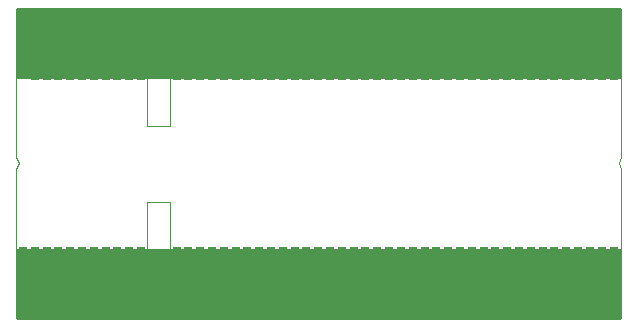
<source format=gts>
G04 #@! TF.FileFunction,Soldermask,Top*
%FSLAX46Y46*%
G04 Gerber Fmt 4.6, Leading zero omitted, Abs format (unit mm)*
G04 Created by KiCad (PCBNEW 4.0.4+e1-6308~48~ubuntu14.04.1-stable) date Sat Oct 15 18:13:20 2016*
%MOMM*%
%LPD*%
G01*
G04 APERTURE LIST*
%ADD10C,0.350000*%
%ADD11C,0.100000*%
%ADD12R,0.650240X3.599180*%
%ADD13R,0.650240X4.599940*%
%ADD14O,0.650240X0.650240*%
%ADD15C,0.650240*%
%ADD16C,0.254000*%
G04 APERTURE END LIST*
D10*
D11*
X148500000Y-88575000D02*
X148500000Y-76900000D01*
X148800000Y-89075000D02*
X148500000Y-89575000D01*
X148500000Y-88575000D02*
X148800000Y-89075000D01*
X199550000Y-89050000D02*
X199750000Y-88550000D01*
X199750000Y-89550000D02*
X199550000Y-89050000D01*
X199750000Y-88550000D02*
X199750000Y-76900000D01*
X199250000Y-101800000D02*
X199750000Y-101300000D01*
X162050000Y-101800000D02*
X161550000Y-101300000D01*
X159150000Y-101800000D02*
X159650000Y-101300000D01*
X149000000Y-101800000D02*
X148500000Y-101300000D01*
X199750000Y-76900000D02*
X199250000Y-76400000D01*
X159650000Y-76900000D02*
X159150000Y-76400000D01*
X161550000Y-76900000D02*
X162050000Y-76400000D01*
X148500000Y-76900000D02*
X149000000Y-76400000D01*
X159650000Y-92400000D02*
X161550000Y-92400000D01*
X159650000Y-85950000D02*
X161550000Y-85950000D01*
X162050000Y-101800000D02*
X199250000Y-101800000D01*
X161550000Y-92400000D02*
X161550000Y-101300000D01*
X159650000Y-101300000D02*
X159650000Y-92400000D01*
X149000000Y-101800000D02*
X159150000Y-101800000D01*
X148500000Y-89575000D02*
X148500000Y-101300000D01*
X159150000Y-76400000D02*
X149000000Y-76400000D01*
X159650000Y-85950000D02*
X159650000Y-76900000D01*
X161550000Y-76900000D02*
X161550000Y-85950000D01*
X199250000Y-76400000D02*
X162050000Y-76400000D01*
X199750000Y-101300000D02*
X199750000Y-89550000D01*
D12*
X149111000Y-80225620D03*
D13*
X150111000Y-79725620D03*
X151111000Y-79725620D03*
X152111000Y-79725620D03*
X153111000Y-79725620D03*
X154111000Y-79725620D03*
X155111000Y-79725620D03*
X156111000Y-79725620D03*
X157111000Y-79725620D03*
X158111000Y-79725620D03*
X159111000Y-79725620D03*
X162111000Y-79725620D03*
X163111000Y-79725620D03*
X164111000Y-79725620D03*
X165111000Y-79725620D03*
X166111000Y-79725620D03*
X167111000Y-79725620D03*
X168111000Y-79725620D03*
X169111000Y-79725620D03*
X170111000Y-79725620D03*
X171111000Y-79725620D03*
X172111000Y-79725620D03*
X173111000Y-79725620D03*
X174111000Y-79725620D03*
X175111000Y-79725620D03*
X176111000Y-79725620D03*
X177111000Y-79725620D03*
X178111000Y-79725620D03*
X179111000Y-79725620D03*
X180111000Y-79725620D03*
X181111000Y-79725620D03*
X182111000Y-79725620D03*
X183111000Y-79725620D03*
X184111000Y-79725620D03*
X185111000Y-79725620D03*
X186111000Y-79725620D03*
X187111000Y-79725620D03*
X188111000Y-79725620D03*
X189111000Y-79725620D03*
X190111000Y-79725620D03*
X191111000Y-79725620D03*
X192111000Y-79725620D03*
X193111000Y-79725620D03*
X194111000Y-79725620D03*
X195111000Y-79725620D03*
X196111000Y-79725620D03*
X197111000Y-79725620D03*
X198111000Y-79725620D03*
X199111000Y-79725620D03*
D14*
X150111000Y-77424380D03*
X151111000Y-77424380D03*
X152111000Y-77424380D03*
X153111000Y-77424380D03*
X154111000Y-77424380D03*
X155111000Y-77424380D03*
X156111000Y-77424380D03*
X157111000Y-77424380D03*
X158111000Y-77424380D03*
X159111000Y-77424380D03*
X162111000Y-77424380D03*
X163111000Y-77424380D03*
X164111000Y-77424380D03*
X165111000Y-77424380D03*
X166111000Y-77424380D03*
X167111000Y-77424380D03*
X168111000Y-77424380D03*
X169111000Y-77424380D03*
X170111000Y-77424380D03*
X171111000Y-77424380D03*
X172111000Y-77424380D03*
X173111000Y-77424380D03*
X174111000Y-77424380D03*
X175111000Y-77424380D03*
X176111000Y-77424380D03*
X177111000Y-77424380D03*
X178111000Y-77424380D03*
X179111000Y-77424380D03*
X180111000Y-77424380D03*
X181111000Y-77424380D03*
X182111000Y-77424380D03*
X183111000Y-77424380D03*
X184111000Y-77424380D03*
X185111000Y-77424380D03*
X186111000Y-77424380D03*
X187111000Y-77424380D03*
X188111000Y-77424380D03*
X189111000Y-77424380D03*
X190111000Y-77424380D03*
X191111000Y-77424380D03*
X192111000Y-77424380D03*
X193111000Y-77424380D03*
X194111000Y-77424380D03*
X195111000Y-77424380D03*
X196111000Y-77424380D03*
X197111000Y-77424380D03*
X198111000Y-77424380D03*
X199111000Y-77424380D03*
D13*
X149111000Y-98476000D03*
X150111000Y-98476000D03*
X151111000Y-98476000D03*
X152111000Y-98476000D03*
X153111000Y-98476000D03*
X154111000Y-98476000D03*
X155111000Y-98476000D03*
X156111000Y-98476000D03*
X157111000Y-98476000D03*
X158111000Y-98476000D03*
X159111000Y-98476000D03*
X162111000Y-98476000D03*
X163111000Y-98476000D03*
X164111000Y-98476000D03*
X165111000Y-98476000D03*
X166111000Y-98476000D03*
D12*
X167111000Y-97976000D03*
D13*
X168111000Y-98476000D03*
X169111000Y-98476000D03*
X170111000Y-98476000D03*
X171111000Y-98476000D03*
X172111000Y-98476000D03*
X173111000Y-98476000D03*
X174111000Y-98476000D03*
X175111000Y-98476000D03*
X176111000Y-98476000D03*
X177111000Y-98476000D03*
X178111000Y-98476000D03*
X179111000Y-98476000D03*
X180111000Y-98476000D03*
D12*
X181111000Y-97976000D03*
D13*
X182111000Y-98476000D03*
X183111000Y-98476000D03*
X184111000Y-98476000D03*
X185111000Y-98476000D03*
X186111000Y-98476000D03*
X187111000Y-98476000D03*
X188111000Y-98476000D03*
X189111000Y-98476000D03*
X190111000Y-98476000D03*
X191111000Y-98476000D03*
X192111000Y-98476000D03*
X193111000Y-98476000D03*
X194111000Y-98476000D03*
X195111000Y-98476000D03*
X196111000Y-98476000D03*
X197111000Y-98476000D03*
D12*
X198111000Y-97976000D03*
D13*
X199111000Y-98476000D03*
D15*
X149111000Y-100777240D03*
X150111000Y-100777240D03*
X151111000Y-100777240D03*
X152111000Y-100777240D03*
X153111000Y-100777240D03*
X154111000Y-100777240D03*
X155111000Y-100777240D03*
X156111000Y-100777240D03*
X157111000Y-100777240D03*
X158111000Y-100777240D03*
X159111000Y-100777240D03*
X162111000Y-100777240D03*
X163111000Y-100777240D03*
X164111000Y-100777240D03*
X165111000Y-100777240D03*
X166111000Y-100777240D03*
X168111000Y-100777240D03*
X169111000Y-100777240D03*
X170111000Y-100777240D03*
X171111000Y-100777240D03*
X172111000Y-100777240D03*
X173111000Y-100777240D03*
X174111000Y-100777240D03*
X175111000Y-100777240D03*
X176111000Y-100777240D03*
X177111000Y-100777240D03*
X178111000Y-100777240D03*
X179111000Y-100777240D03*
X180111000Y-100777240D03*
X182111000Y-100777240D03*
X183111000Y-100777240D03*
X184111000Y-100777240D03*
X185111000Y-100777240D03*
X186111000Y-100777240D03*
X187111000Y-100777240D03*
X188111000Y-100777240D03*
X189111000Y-100777240D03*
X190111000Y-100777240D03*
X191111000Y-100777240D03*
X192111000Y-100777240D03*
X193111000Y-100777240D03*
X194111000Y-100777240D03*
X195111000Y-100777240D03*
X196111000Y-100777240D03*
X197111000Y-100777240D03*
X199111000Y-100777240D03*
D16*
G36*
X199673000Y-102173000D02*
X148577000Y-102173000D01*
X148577000Y-96477000D01*
X199673000Y-96477000D01*
X199673000Y-102173000D01*
X199673000Y-102173000D01*
G37*
X199673000Y-102173000D02*
X148577000Y-102173000D01*
X148577000Y-96477000D01*
X199673000Y-96477000D01*
X199673000Y-102173000D01*
G36*
X199673000Y-81773000D02*
X148577000Y-81773000D01*
X148577000Y-76077000D01*
X199673000Y-76077000D01*
X199673000Y-81773000D01*
X199673000Y-81773000D01*
G37*
X199673000Y-81773000D02*
X148577000Y-81773000D01*
X148577000Y-76077000D01*
X199673000Y-76077000D01*
X199673000Y-81773000D01*
M02*

</source>
